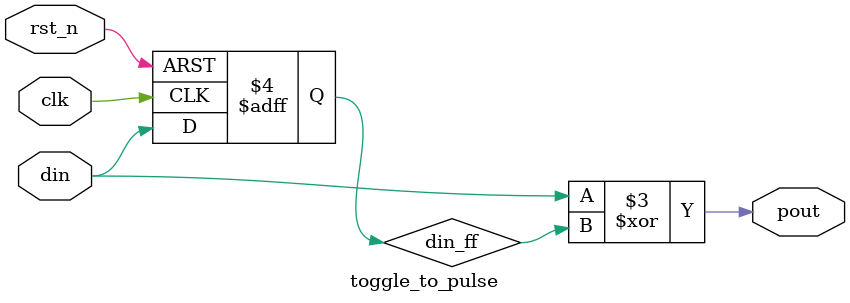
<source format=v>
module toggle_to_pulse (clk, rst_n, din, pout);
   input clk, rst_n;
   input din;
   output pout;

   reg din_ff;

   always @(posedge clk or negedge rst_n)
     if (!rst_n)
       din_ff <= 1'b0;
     else
       din_ff <= din;

   assign pout = din ^ din_ff;
endmodule

</source>
